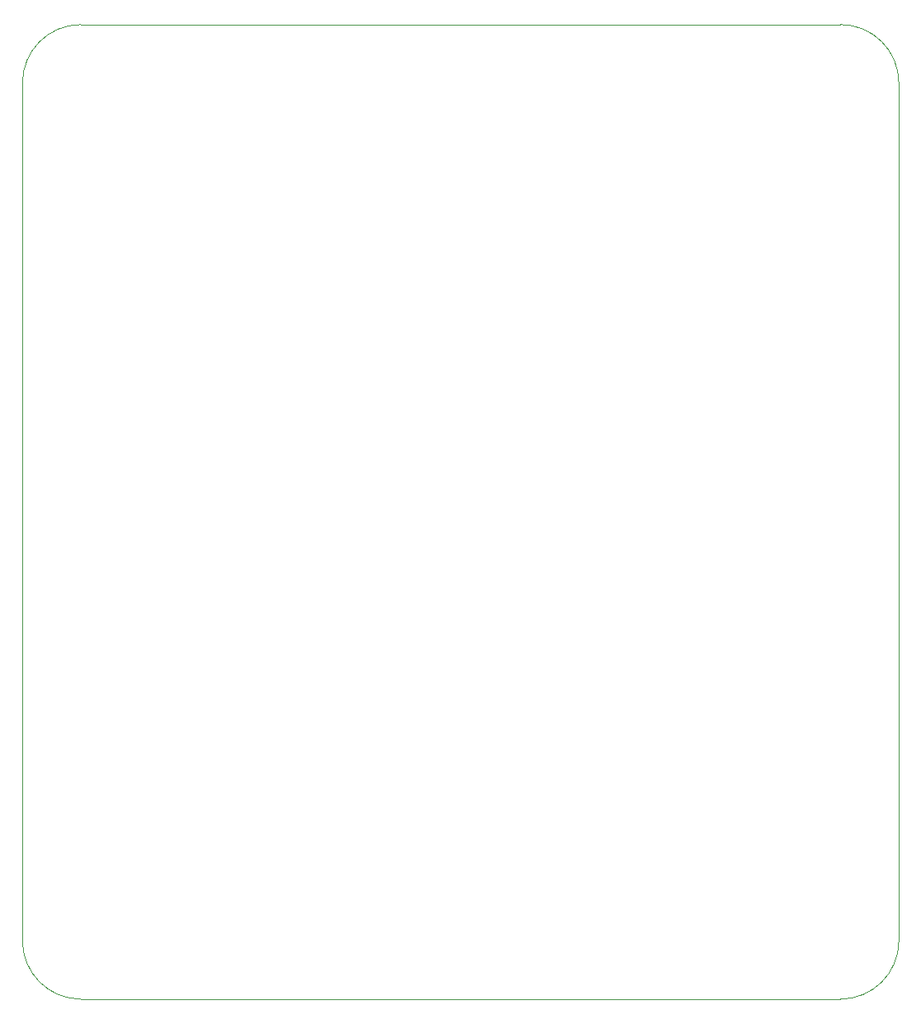
<source format=gm1>
G04 #@! TF.GenerationSoftware,KiCad,Pcbnew,(5.1.5-0-10_14)*
G04 #@! TF.CreationDate,2021-04-10T11:01:01-04:00*
G04 #@! TF.ProjectId,E90,4539302e-6b69-4636-9164-5f7063625858,rev?*
G04 #@! TF.SameCoordinates,Original*
G04 #@! TF.FileFunction,Profile,NP*
%FSLAX46Y46*%
G04 Gerber Fmt 4.6, Leading zero omitted, Abs format (unit mm)*
G04 Created by KiCad (PCBNEW (5.1.5-0-10_14)) date 2021-04-10 11:01:01*
%MOMM*%
%LPD*%
G04 APERTURE LIST*
%ADD10C,0.100000*%
G04 APERTURE END LIST*
D10*
X132500000Y-119000000D02*
G75*
G02X126500000Y-125000000I-6000000J0D01*
G01*
X48500000Y-125000000D02*
G75*
G02X42500000Y-119000000I0J6000000D01*
G01*
X42500000Y-31000000D02*
G75*
G02X48500000Y-25000000I6000000J0D01*
G01*
X126500000Y-25000000D02*
G75*
G02X132500000Y-31000000I0J-6000000D01*
G01*
X132500000Y-31000000D02*
X132500000Y-119000000D01*
X48500000Y-25000000D02*
X126500000Y-25000000D01*
X42500000Y-119000000D02*
X42500000Y-31000000D01*
X126500000Y-125000000D02*
X48500000Y-125000000D01*
M02*

</source>
